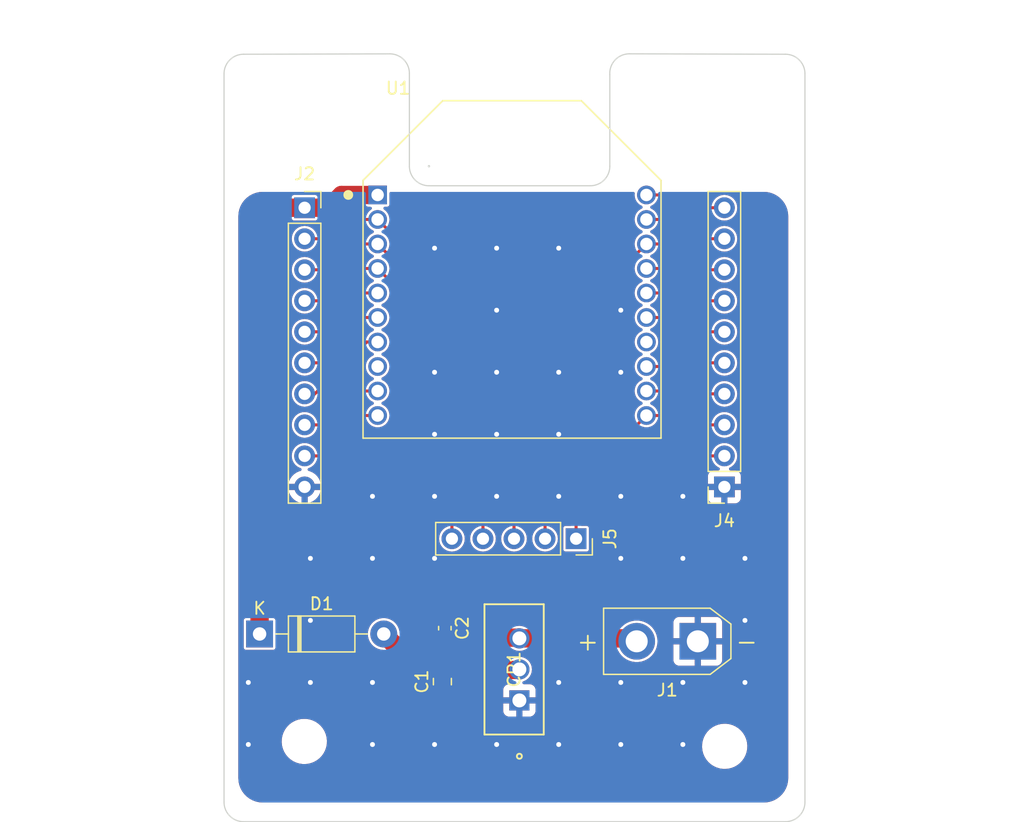
<source format=kicad_pcb>
(kicad_pcb (version 20221018) (generator pcbnew)
  (layers (0 "F.Cu" signal) (31 "B.Cu" signal) (34 "B.Paste" user) (35 "F.Paste" user) (36 "B.SilkS" user "B.Silkscreen") (37 "F.SilkS" user "F.Silkscreen") (38 "B.Mask" user) (39 "F.Mask" user) (44 "Edge.Cuts" user))
  (net 0 "")
  (net 1 "GND")
  (net 2 "Net-(CR1-VOUT)")
  (net 3 "Net-(CR1-VIN)")
  (net 4 "/Data Out (to Pico GPIO1-RX)")
  (net 5 "/Data In (to Pico GPIO0-TX)")
  (net 6 "/SPI_MISO")
  (net 7 "Net-(J2-Pin_6)")
  (net 8 "Net-(J2-Pin_7)")
  (net 9 "Net-(J2-Pin_8)")
  (net 10 "Net-(J2-Pin_9)")
  (net 11 "Net-(J4-Pin_7)")
  (net 12 "Net-(J4-Pin_3)")
  (net 13 "Net-(J4-Pin_4)")
  (net 14 "Net-(J4-Pin_5)")
  (net 15 "Net-(J4-Pin_6)")
  (net 16 "/SPI_SCK")
  (net 17 "Net-(J4-Pin_10)")
  (net 18 "Net-(J4-Pin_9)")
  (net 19 "/SPI_MOSI")
  (net 20 "Net-(D1-K)")
  (net 21 "Net-(J2-Pin_5)")
  (footprint "Diode_THT:D_DO-41_SOD81_P10.16mm_Horizontal" (layer "F.Cu") (at 118.74 91.2)
    (fp_text reference "D1" (at 5.08 -2.47) (layer "F.SilkS"))
    (fp_text value "1N5817")
    (fp_text user "K" (at 0 -2.1) (layer "F.SilkS"))
    (fp_line (start 1.34 0) (end 2.36 0) (stroke (width 0.12)) (layer "F.SilkS"))
    (fp_line (start 2.36 -1.47) (end 2.36 1.47) (stroke (width 0.12)) (layer "F.SilkS"))
    (fp_line (start 2.36 1.47) (end 7.8 1.47) (stroke (width 0.12)) (layer "F.SilkS"))
    (fp_line (start 3.14 -1.47) (end 3.14 1.47) (stroke (width 0.12)) (layer "F.SilkS"))
    (fp_line (start 3.26 -1.47) (end 3.26 1.47) (stroke (width 0.12)) (layer "F.SilkS"))
    (fp_line (start 3.38 -1.47) (end 3.38 1.47) (stroke (width 0.12)) (layer "F.SilkS"))
    (fp_line (start 7.8 -1.47) (end 2.36 -1.47) (stroke (width 0.12)) (layer "F.SilkS"))
    (fp_line (start 7.8 1.47) (end 7.8 -1.47) (stroke (width 0.12)) (layer "F.SilkS"))
    (fp_line (start 8.82 0) (end 7.8 0) (stroke (width 0.12)) (layer "F.SilkS"))
    (pad "1" thru_hole rect (at 0 0) (size 2.2 2.2) (drill 1.1) (layers "*.Cu" "*.Mask") (net 20 "Net-(D1-K)"))
    (pad "2" thru_hole oval (at 10.16 0) (size 2.2 2.2) (drill 1.1) (layers "*.Cu" "*.Mask") (net 2 "Net-(CR1-VOUT)"))
  )
  (footprint "Connector_PinSocket_2.54mm:PinSocket_1x05_P2.54mm_Vertical" (layer "F.Cu") (at 144.64 83.4 -90)
    (fp_text reference "J5" (at 0 -2.77 90) (layer "F.SilkS"))
    (fp_text value "Conn_01x05_Pin")
    (fp_line (start -1.33 1.27) (end -1.33 11.49) (stroke (width 0.12)) (layer "F.SilkS"))
    (fp_line (start -1.33 1.27) (end 1.33 1.27) (stroke (width 0.12)) (layer "F.SilkS"))
    (fp_line (start -1.33 11.49) (end 1.33 11.49) (stroke (width 0.12)) (layer "F.SilkS"))
    (fp_line (start 0 -1.33) (end 1.33 -1.33) (stroke (width 0.12)) (layer "F.SilkS"))
    (fp_line (start 1.33 -1.33) (end 1.33 0) (stroke (width 0.12)) (layer "F.SilkS"))
    (fp_line (start 1.33 1.27) (end 1.33 11.49) (stroke (width 0.12)) (layer "F.SilkS"))
    (pad "1" thru_hole rect (at 0 0 270) (size 1.7 1.7) (drill 1) (layers "*.Cu" "*.Mask") (net 19 "/SPI_MOSI"))
    (pad "2" thru_hole oval (at 0 2.54 270) (size 1.7 1.7) (drill 1) (layers "*.Cu" "*.Mask") (net 16 "/SPI_SCK"))
    (pad "3" thru_hole oval (at 0 5.08 270) (size 1.7 1.7) (drill 1) (layers "*.Cu" "*.Mask") (net 4 "/Data Out (to Pico GPIO1-RX)"))
    (pad "4" thru_hole oval (at 0 7.62 270) (size 1.7 1.7) (drill 1) (layers "*.Cu" "*.Mask") (net 5 "/Data In (to Pico GPIO0-TX)"))
    (pad "5" thru_hole oval (at 0 10.16 270) (size 1.7 1.7) (drill 1) (layers "*.Cu" "*.Mask") (net 6 "/SPI_MISO"))
  )
  (footprint "XBeeModule:XCVR_XB3-24Z8PT-J" (layer "F.Cu") (at 139.3982 61.3498)
    (fp_text reference "U1" (at -9.325 -14.835) (layer "F.SilkS"))
    (fp_text value "XB3-24Z8PT-J")
    (fp_line (start -12.192 -7.2898) (end -5.6642 -13.8176) (stroke (width 0.127)) (layer "F.SilkS"))
    (fp_line (start -12.192 13.8176) (end -12.192 -7.2898) (stroke (width 0.127)) (layer "F.SilkS"))
    (fp_line (start -5.6642 -13.8176) (end 5.6642 -13.8176) (stroke (width 0.127)) (layer "F.SilkS"))
    (fp_line (start 12.192 -7.2898) (end 5.6642 -13.8176) (stroke (width 0.127)) (layer "F.SilkS"))
    (fp_line (start 12.192 -7.2898) (end 12.192 13.8176) (stroke (width 0.127)) (layer "F.SilkS"))
    (fp_line (start 12.192 13.8176) (end -12.192 13.8176) (stroke (width 0.127)) (layer "F.SilkS"))
    (fp_circle (center -13.4 -6.1) (end -13.2 -6.1) (stroke (width 0.4)) (fill none) (layer "F.SilkS"))
    (pad "1" thru_hole rect (at -10.9982 -6.096) (size 1.53 1.53) (drill 1.02) (layers "*.Cu" "*.Mask") (net 20 "Net-(D1-K)"))
    (pad "2" thru_hole circle (at -10.9982 -4.0894) (size 1.53 1.53) (drill 1.02) (layers "*.Cu" "*.Mask") (net 4 "/Data Out (to Pico GPIO1-RX)"))
    (pad "3" thru_hole circle (at -10.9982 -2.0828) (size 1.53 1.53) (drill 1.02) (layers "*.Cu" "*.Mask") (net 5 "/Data In (to Pico GPIO0-TX)"))
    (pad "4" thru_hole circle (at -10.9982 -0.0762) (size 1.53 1.53) (drill 1.02) (layers "*.Cu" "*.Mask") (net 6 "/SPI_MISO"))
    (pad "5" thru_hole circle (at -10.9982 1.9304) (size 1.53 1.53) (drill 1.02) (layers "*.Cu" "*.Mask") (net 21 "Net-(J2-Pin_5)"))
    (pad "6" thru_hole circle (at -10.9982 3.937) (size 1.53 1.53) (drill 1.02) (layers "*.Cu" "*.Mask") (net 7 "Net-(J2-Pin_6)"))
    (pad "7" thru_hole circle (at -10.9982 5.9436) (size 1.53 1.53) (drill 1.02) (layers "*.Cu" "*.Mask") (net 8 "Net-(J2-Pin_7)"))
    (pad "8" thru_hole circle (at -10.9982 7.9502) (size 1.53 1.53) (drill 1.02) (layers "*.Cu" "*.Mask"))
    (pad "9" thru_hole circle (at -10.9982 9.9568) (size 1.53 1.53) (drill 1.02) (layers "*.Cu" "*.Mask") (net 9 "Net-(J2-Pin_8)"))
    (pad "10" thru_hole circle (at -10.9982 11.9634) (size 1.53 1.53) (drill 1.02) (layers "*.Cu" "*.Mask") (net 10 "Net-(J2-Pin_9)"))
    (pad "11" thru_hole circle (at 10.9982 11.9634) (size 1.53 1.53) (drill 1.02) (layers "*.Cu" "*.Mask") (net 19 "/SPI_MOSI"))
    (pad "12" thru_hole circle (at 10.9982 9.9568) (size 1.53 1.53) (drill 1.02) (layers "*.Cu" "*.Mask") (net 12 "Net-(J4-Pin_3)"))
    (pad "13" thru_hole circle (at 10.9982 7.9502) (size 1.53 1.53) (drill 1.02) (layers "*.Cu" "*.Mask") (net 13 "Net-(J4-Pin_4)"))
    (pad "14" thru_hole circle (at 10.9982 5.9436) (size 1.53 1.53) (drill 1.02) (layers "*.Cu" "*.Mask"))
    (pad "15" thru_hole circle (at 10.9982 3.937) (size 1.53 1.53) (drill 1.02) (layers "*.Cu" "*.Mask") (net 14 "Net-(J4-Pin_5)"))
    (pad "16" thru_hole circle (at 10.9982 1.9304) (size 1.53 1.53) (drill 1.02) (layers "*.Cu" "*.Mask") (net 15 "Net-(J4-Pin_6)"))
    (pad "17" thru_hole circle (at 10.9982 -0.0762) (size 1.53 1.53) (drill 1.02) (layers "*.Cu" "*.Mask") (net 11 "Net-(J4-Pin_7)"))
    (pad "18" thru_hole circle (at 10.9982 -2.0828) (size 1.53 1.53) (drill 1.02) (layers "*.Cu" "*.Mask") (net 16 "/SPI_SCK"))
    (pad "19" thru_hole circle (at 10.9982 -4.0894) (size 1.53 1.53) (drill 1.02) (layers "*.Cu" "*.Mask") (net 18 "Net-(J4-Pin_9)"))
    (pad "20" thru_hole circle (at 10.9982 -6.096) (size 1.53 1.53) (drill 1.02) (layers "*.Cu" "*.Mask") (net 17 "Net-(J4-Pin_10)"))
    (zone (net 0) (net_name "") (layer "F.Cu") (connect_pads (clearance 0)) (min_thickness 0.01)
      (keepout (tracks not_allowed) (vias not_allowed) (pads not_allowed) (copperpour not_allowed) (footprints allowed))
      (fill (thermal_gap 0.508) (thermal_bridge_width 0.508))
      (polygon (pts (xy 97.4982 39.2898) (xy 181.2982 39.2898) (xy 181.2982 54.4898) (xy 97.4982 54.4898)))
    )
    (zone (net 0) (net_name "") (layer "B.Cu") (connect_pads (clearance 0)) (min_thickness 0.01)
      (keepout (tracks not_allowed) (vias not_allowed) (pads not_allowed) (copperpour not_allowed) (footprints allowed))
      (fill (thermal_gap 0.508) (thermal_bridge_width 0.508))
      (polygon (pts (xy 97.4982 39.2898) (xy 181.2982 39.2898) (xy 181.2982 54.4898) (xy 97.4982 54.4898)))
    )
  )
  (footprint "LD1117V33C:TO-220_STM" (layer "F.Cu") (at 140 96.64 90)
    (fp_text reference "CR1" (at 2.54 -0.4318 90 unlocked) (layer "F.SilkS"))
    (fp_text value "LD1117V33C")
    (fp_line (start -2.794 -2.8575) (end -2.794 1.9939) (stroke (width 0.1524)) (layer "F.SilkS"))
    (fp_line (start -2.794 1.9939) (end 7.874 1.9939) (stroke (width 0.1524)) (layer "F.SilkS"))
    (fp_line (start 7.874 -2.8575) (end -2.794 -2.8575) (stroke (width 0.1524)) (layer "F.SilkS"))
    (fp_line (start 7.874 1.9939) (end 7.874 -2.8575) (stroke (width 0.1524)) (layer "F.SilkS"))
    (fp_circle (center -4.572 0) (end -4.3688 0) (stroke (width 0.1524)) (fill none) (layer "F.SilkS"))
    (pad "1" thru_hole rect (at 0 0 90) (size 1.651 1.651) (drill 1.143) (layers "*.Cu" "*.Mask") (net 1 "GND"))
    (pad "2" thru_hole circle (at 2.54 0 90) (size 1.651 1.651) (drill 1.143) (layers "*.Cu" "*.Mask") (net 2 "Net-(CR1-VOUT)"))
    (pad "3" thru_hole circle (at 5.08 0 90) (size 1.651 1.651) (drill 1.143) (layers "*.Cu" "*.Mask") (net 3 "Net-(CR1-VIN)"))
  )
  (footprint "MountingHole:MountingHole_3.2mm_M3_DIN965" (layer "F.Cu") (at 122.4 50.3)
    (fp_text reference "REF**" hide)
    (fp_text value "MountingHole_3.2mm_M3_DIN965" hide)
    (pad "" np_thru_hole circle (at 0 0) (size 3.2 3.2) (drill 3.2) (layers "F&B.Cu" "*.Mask"))
  )
  (footprint "Connector_PinSocket_2.54mm:PinSocket_1x10_P2.54mm_Vertical" (layer "F.Cu") (at 156.775 79.16 180)
    (fp_text reference "J4" (at 0 -2.77) (layer "F.SilkS"))
    (fp_text value "Conn_01x10_Socket")
    (fp_line (start -1.33 1.27) (end -1.33 24.19) (stroke (width 0.12)) (layer "F.SilkS"))
    (fp_line (start -1.33 1.27) (end 1.33 1.27) (stroke (width 0.12)) (layer "F.SilkS"))
    (fp_line (start -1.33 24.19) (end 1.33 24.19) (stroke (width 0.12)) (layer "F.SilkS"))
    (fp_line (start 0 -1.33) (end 1.33 -1.33) (stroke (width 0.12)) (layer "F.SilkS"))
    (fp_line (start 1.33 -1.33) (end 1.33 0) (stroke (width 0.12)) (layer "F.SilkS"))
    (fp_line (start 1.33 1.27) (end 1.33 24.19) (stroke (width 0.12)) (layer "F.SilkS"))
    (pad "1" thru_hole rect (at 0 0 180) (size 1.7 1.7) (drill 1) (layers "*.Cu" "*.Mask") (net 1 "GND"))
    (pad "2" thru_hole oval (at 0 2.54 180) (size 1.7 1.7) (drill 1) (layers "*.Cu" "*.Mask") (net 19 "/SPI_MOSI"))
    (pad "3" thru_hole oval (at 0 5.08 180) (size 1.7 1.7) (drill 1) (layers "*.Cu" "*.Mask") (net 12 "Net-(J4-Pin_3)"))
    (pad "4" thru_hole oval (at 0 7.62 180) (size 1.7 1.7) (drill 1) (layers "*.Cu" "*.Mask") (net 13 "Net-(J4-Pin_4)"))
    (pad "5" thru_hole oval (at 0 10.16 180) (size 1.7 1.7) (drill 1) (layers "*.Cu" "*.Mask") (net 14 "Net-(J4-Pin_5)"))
    (pad "6" thru_hole oval (at 0 12.7 180) (size 1.7 1.7) (drill 1) (layers "*.Cu" "*.Mask") (net 15 "Net-(J4-Pin_6)"))
    (pad "7" thru_hole oval (at 0 15.24 180) (size 1.7 1.7) (drill 1) (layers "*.Cu" "*.Mask") (net 11 "Net-(J4-Pin_7)"))
    (pad "8" thru_hole oval (at 0 17.78 180) (size 1.7 1.7) (drill 1) (layers "*.Cu" "*.Mask") (net 16 "/SPI_SCK"))
    (pad "9" thru_hole oval (at 0 20.32 180) (size 1.7 1.7) (drill 1) (layers "*.Cu" "*.Mask") (net 18 "Net-(J4-Pin_9)"))
    (pad "10" thru_hole oval (at 0 22.86 180) (size 1.7 1.7) (drill 1) (layers "*.Cu" "*.Mask") (net 17 "Net-(J4-Pin_10)"))
  )
  (footprint "Capacitor_SMD:C_0805_2012Metric" (layer "F.Cu") (at 133.7 95.1 90)
    (fp_text reference "C1" (at 0 -1.68 90) (layer "F.SilkS"))
    (fp_text value "10u")
    (fp_line (start -0.261252 -0.735) (end 0.261252 -0.735) (stroke (width 0.12)) (layer "F.SilkS"))
    (fp_line (start -0.261252 0.735) (end 0.261252 0.735) (stroke (width 0.12)) (layer "F.SilkS"))
    (pad "1" smd roundrect (at -0.95 0 90) (size 1 1.45) (layers "F.Cu" "F.Paste" "F.Mask") (net 1 "GND"))
    (pad "2" smd roundrect (at 0.95 0 90) (size 1 1.45) (layers "F.Cu" "F.Paste" "F.Mask") (net 2 "Net-(CR1-VOUT)"))
  )
  (footprint "MountingHole:MountingHole_3.2mm_M3_DIN965" (layer "F.Cu") (at 156.8 100.4)
    (fp_text reference "REF**" hide)
    (fp_text value "MountingHole_3.2mm_M3_DIN965" hide)
    (pad "" np_thru_hole circle (at 0 0) (size 3.2 3.2) (drill 3.2) (layers "F&B.Cu" "*.Mask"))
  )
  (footprint "Connector_PinSocket_2.54mm:PinSocket_1x10_P2.54mm_Vertical" (layer "F.Cu") (at 122.425 56.3)
    (fp_text reference "J2" (at 0 -2.77) (layer "F.SilkS"))
    (fp_text value "Conn_01x10_Socket")
    (fp_line (start -1.33 1.27) (end -1.33 24.19) (stroke (width 0.12)) (layer "F.SilkS"))
    (fp_line (start -1.33 1.27) (end 1.33 1.27) (stroke (width 0.12)) (layer "F.SilkS"))
    (fp_line (start -1.33 24.19) (end 1.33 24.19) (stroke (width 0.12)) (layer "F.SilkS"))
    (fp_line (start 0 -1.33) (end 1.33 -1.33) (stroke (width 0.12)) (layer "F.SilkS"))
    (fp_line (start 1.33 -1.33) (end 1.33 0) (stroke (width 0.12)) (layer "F.SilkS"))
    (fp_line (start 1.33 1.27) (end 1.33 24.19) (stroke (width 0.12)) (layer "F.SilkS"))
    (pad "1" thru_hole rect (at 0 0) (size 1.7 1.7) (drill 1) (layers "*.Cu" "*.Mask") (net 20 "Net-(D1-K)"))
    (pad "2" thru_hole oval (at 0 2.54) (size 1.7 1.7) (drill 1) (layers "*.Cu" "*.Mask") (net 4 "/Data Out (to Pico GPIO1-RX)"))
    (pad "3" thru_hole oval (at 0 5.08) (size 1.7 1.7) (drill 1) (layers "*.Cu" "*.Mask") (net 5 "/Data In (to Pico GPIO0-TX)"))
    (pad "4" thru_hole oval (at 0 7.62) (size 1.7 1.7) (drill 1) (layers "*.Cu" "*.Mask") (net 6 "/SPI_MISO"))
    (pad "5" thru_hole oval (at 0 10.16) (size 1.7 1.7) (drill 1) (layers "*.Cu" "*.Mask") (net 21 "Net-(J2-Pin_5)"))
    (pad "6" thru_hole oval (at 0 12.7) (size 1.7 1.7) (drill 1) (layers "*.Cu" "*.Mask") (net 7 "Net-(J2-Pin_6)"))
    (pad "7" thru_hole oval (at 0 15.24) (size 1.7 1.7) (drill 1) (layers "*.Cu" "*.Mask") (net 8 "Net-(J2-Pin_7)"))
    (pad "8" thru_hole oval (at 0 17.78) (size 1.7 1.7) (drill 1) (layers "*.Cu" "*.Mask") (net 9 "Net-(J2-Pin_8)"))
    (pad "9" thru_hole oval (at 0 20.32) (size 1.7 1.7) (drill 1) (layers "*.Cu" "*.Mask") (net 10 "Net-(J2-Pin_9)"))
    (pad "10" thru_hole oval (at 0 22.86) (size 1.7 1.7) (drill 1) (layers "*.Cu" "*.Mask") (net 1 "GND"))
  )
  (footprint "MountingHole:MountingHole_3.2mm_M3_DIN965" (layer "F.Cu") (at 156.8 50.3)
    (fp_text reference "REF**" hide)
    (fp_text value "MountingHole_3.2mm_M3_DIN965" hide)
    (pad "" np_thru_hole circle (at 0 0) (size 3.2 3.2) (drill 3.2) (layers "F&B.Cu" "*.Mask"))
  )
  (footprint "MountingHole:MountingHole_3.2mm_M3_DIN965" (layer "F.Cu") (at 122.4 100)
    (fp_text reference "REF**" hide)
    (fp_text value "MountingHole_3.2mm_M3_DIN965" hide)
    (pad "" np_thru_hole circle (at 0 0) (size 3.2 3.2) (drill 3.2) (layers "F&B.Cu" "*.Mask"))
  )
  (footprint "Connector_AMASS:AMASS_XT30UPB-M_1x02_P5.0mm_Vertical" (layer "F.Cu") (at 154.6 91.8 180)
    (fp_text reference "J1" (at 2.5 -4) (layer "F.SilkS"))
    (fp_text value "Conn_01x02")
    (fp_text user "-" (at -4 0) (layer "F.SilkS") (effects (font (size 1.5 1.5))))
    (fp_text user "+" (at 9 0) (layer "F.SilkS") (effects (font (size 1.5 1.5))))
    (fp_line (start -2.71 -1.41) (end -2.71 1.41) (stroke (width 0.12)) (layer "F.SilkS"))
    (fp_line (start -2.71 -1.41) (end -1.01 -2.71) (stroke (width 0.12)) (layer "F.SilkS"))
    (fp_line (start -2.71 1.41) (end -1.01 2.71) (stroke (width 0.12)) (layer "F.SilkS"))
    (fp_line (start -1.01 -2.71) (end 7.71 -2.71) (stroke (width 0.12)) (layer "F.SilkS"))
    (fp_line (start -1.01 2.71) (end 7.71 2.71) (stroke (width 0.12)) (layer "F.SilkS"))
    (fp_line (start 7.71 -2.71) (end 7.71 2.71) (stroke (width 0.12)) (layer "F.SilkS"))
    (pad "1" thru_hole rect (at 0 0 180) (size 3 3) (drill 1.8) (layers "*.Cu" "*.Mask") (net 1 "GND"))
    (pad "2" thru_hole circle (at 5 0 180) (size 3 3) (drill 1.8) (layers "*.Cu" "*.Mask") (net 3 "Net-(CR1-VIN)"))
  )
  (footprint "Capacitor_SMD:C_0603_1608Metric" (layer "F.Cu") (at 133.9 90.725 -90)
    (fp_text reference "C2" (at 0 -1.43 90) (layer "F.SilkS"))
    (fp_text value "100n")
    (fp_line (start -0.14058 -0.51) (end 0.14058 -0.51) (stroke (width 0.12)) (layer "F.SilkS"))
    (fp_line (start -0.14058 0.51) (end 0.14058 0.51) (stroke (width 0.12)) (layer "F.SilkS"))
    (pad "1" smd roundrect (at -0.775 0 270) (size 0.9 0.95) (layers "F.Cu" "F.Paste" "F.Mask") (net 1 "GND"))
    (pad "2" smd roundrect (at 0.775 0 270) (size 0.9 0.95) (layers "F.Cu" "F.Paste" "F.Mask") (net 3 "Net-(CR1-VIN)"))
  )
  (gr_line (start 147.400001 45.4) (end 147.4 52.9) (stroke (width 0.1)) (layer "Edge.Cuts"))
  (gr_arc (start 161.768629 43.731371) (mid 162.9 44.2) (end 163.368629 45.331371) (stroke (width 0.1)) (layer "Edge.Cuts"))
  (gr_arc (start 147.4 52.9) (mid 146.931371 54.031371) (end 145.8 54.5) (stroke (width 0.1)) (layer "Edge.Cuts"))
  (gr_line (start 145.8 54.5) (end 132.6 54.5) (stroke (width 0.1)) (layer "Edge.Cuts"))
  (gr_line (start 161.768629 106.568629) (end 117.431371 106.568629) (stroke (width 0.1)) (layer "Edge.Cuts"))
  (gr_line (start 115.831371 104.968629) (end 115.831371 45.331371) (stroke (width 0.1)) (layer "Edge.Cuts"))
  (gr_arc (start 115.831371 45.331371) (mid 116.3 44.2) (end 117.431371 43.731371) (stroke (width 0.1)) (layer "Edge.Cuts"))
  (gr_line (start 163.368629 45.331371) (end 163.368629 104.968629) (stroke (width 0.1)) (layer "Edge.Cuts"))
  (gr_circle (center 132.6 52.9) (end 132.6 52.9) (stroke (width 0.1)) (fill none) (layer "Edge.Cuts"))
  (gr_arc (start 132.6 54.5) (mid 131.468629 54.031371) (end 131 52.9) (stroke (width 0.1)) (layer "Edge.Cuts"))
  (gr_arc (start 147.400001 45.4) (mid 147.831602 44.202347) (end 149 43.696879) (stroke (width 0.1)) (layer "Edge.Cuts"))
  (gr_line (start 131 45.3) (end 131 52.9) (stroke (width 0.1)) (layer "Edge.Cuts"))
  (gr_line (start 149 43.696879) (end 161.768629 43.731371) (stroke (width 0.1)) (layer "Edge.Cuts"))
  (gr_arc (start 129.4 43.7) (mid 130.531371 44.168629) (end 131 45.3) (stroke (width 0.1)) (layer "Edge.Cuts"))
  (gr_arc (start 117.431371 106.568629) (mid 116.3 106.1) (end 115.831371 104.968629) (stroke (width 0.1)) (layer "Edge.Cuts"))
  (gr_arc (start 163.368629 104.968629) (mid 162.9 106.1) (end 161.768629 106.568629) (stroke (width 0.1)) (layer "Edge.Cuts"))
  (gr_line (start 117.431371 43.731371) (end 129.4 43.7) (stroke (width 0.1)) (layer "Edge.Cuts"))
  (via (at 133.0582 79.9298) (size 0.8) (drill 0.4) (layers "F.Cu" "B.Cu") (net 1))
  (via (at 143.2182 74.8498) (size 0.8) (drill 0.4) (layers "F.Cu" "B.Cu") (net 1))
  (via (at 133.0582 69.7698) (size 0.8) (drill 0.4) (layers "F.Cu" "B.Cu") (net 1))
  (via (at 148.2982 69.7698) (size 0.8) (drill 0.4) (layers "F.Cu" "B.Cu") (net 1))
  (via (at 138.1382 64.6898) (size 0.8) (drill 0.4) (layers "F.Cu" "B.Cu") (net 1))
  (via (at 133.0582 85.0098) (size 0.8) (drill 0.4) (layers "F.Cu" "B.Cu") (net 1))
  (via (at 153.3782 85.0098) (size 0.8) (drill 0.4) (layers "F.Cu" "B.Cu") (net 1))
  (via (at 138.1382 100.2498) (size 0.8) (drill 0.4) (layers "F.Cu" "B.Cu") (net 1))
  (via (at 143.2182 69.7698) (size 0.8) (drill 0.4) (layers "F.Cu" "B.Cu") (net 1))
  (via (at 138.1382 59.6098) (size 0.8) (drill 0.4) (layers "F.Cu" "B.Cu") (net 1))
  (via (at 148.2982 79.9298) (size 0.8) (drill 0.4) (layers "F.Cu" "B.Cu") (net 1))
  (via (at 158.4582 95.1698) (size 0.8) (drill 0.4) (layers "F.Cu" "B.Cu") (net 1))
  (via (at 133.0582 100.2498) (size 0.8) (drill 0.4) (layers "F.Cu" "B.Cu") (net 1))
  (via (at 133.0582 59.6098) (size 0.8) (drill 0.4) (layers "F.Cu" "B.Cu") (net 1))
  (via (at 127.9782 85.0098) (size 0.8) (drill 0.4) (layers "F.Cu" "B.Cu") (net 1))
  (via (at 158.4582 85.0098) (size 0.8) (drill 0.4) (layers "F.Cu" "B.Cu") (net 1))
  (via (at 143.2182 79.9298) (size 0.8) (drill 0.4) (layers "F.Cu" "B.Cu") (net 1))
  (via (at 138.1382 79.9298) (size 0.8) (drill 0.4) (layers "F.Cu" "B.Cu") (net 1))
  (via (at 122.8982 95.1698) (size 0.8) (drill 0.4) (layers "F.Cu" "B.Cu") (net 1))
  (via (at 127.9782 95.1698) (size 0.8) (drill 0.4) (layers "F.Cu" "B.Cu") (net 1))
  (via (at 143.2182 59.6098) (size 0.8) (drill 0.4) (layers "F.Cu" "B.Cu") (net 1))
  (via (at 127.9782 100.2498) (size 0.8) (drill 0.4) (layers "F.Cu" "B.Cu") (net 1))
  (via (at 143.2182 100.2498) (size 0.8) (drill 0.4) (layers "F.Cu" "B.Cu") (net 1))
  (via (at 148.2982 100.2498) (size 0.8) (drill 0.4) (layers "F.Cu" "B.Cu") (net 1))
  (via (at 138.1382 74.8498) (size 0.8) (drill 0.4) (layers "F.Cu" "B.Cu") (net 1))
  (via (at 138.1382 69.7698) (size 0.8) (drill 0.4) (layers "F.Cu" "B.Cu") (net 1))
  (via (at 127.9782 79.9298) (size 0.8) (drill 0.4) (layers "F.Cu" "B.Cu") (net 1))
  (via (at 148.2982 85.0098) (size 0.8) (drill 0.4) (layers "F.Cu" "B.Cu") (net 1))
  (via (at 158.4582 90.0898) (size 0.8) (drill 0.4) (layers "F.Cu" "B.Cu") (net 1))
  (via (at 148.2982 64.6898) (size 0.8) (drill 0.4) (layers "F.Cu" "B.Cu") (net 1))
  (via (at 122.8982 85.0098) (size 0.8) (drill 0.4) (layers "F.Cu" "B.Cu") (net 1))
  (via (at 117.8182 95.1698) (size 0.8) (drill 0.4) (layers "F.Cu" "B.Cu") (net 1))
  (via (at 143.2182 95.1698) (size 0.8) (drill 0.4) (layers "F.Cu" "B.Cu") (net 1))
  (via (at 133.0582 74.8498) (size 0.8) (drill 0.4) (layers "F.Cu" "B.Cu") (net 1))
  (via (at 117.8182 100.2498) (size 0.8) (drill 0.4) (layers "F.Cu" "B.Cu") (net 1))
  (via (at 153.3782 79.9298) (size 0.8) (drill 0.4) (layers "F.Cu" "B.Cu") (net 1))
  (via (at 153.3782 100.2498) (size 0.8) (drill 0.4) (layers "F.Cu" "B.Cu") (net 1))
  (via (at 153.3782 95.1698) (size 0.8) (drill 0.4) (layers "F.Cu" "B.Cu") (net 1))
  (via (at 122.8982 90.0898) (size 0.8) (drill 0.4) (layers "F.Cu" "B.Cu") (net 1))
  (via (at 148.2982 95.1698) (size 0.8) (drill 0.4) (layers "F.Cu" "B.Cu") (net 1))
  (segment (start 139.95 94.15) (end 140 94.1) (width 1.5) (layer "F.Cu") (net 2))
  (segment (start 128.9 91.2) (end 131.85 94.15) (width 1.5) (layer "F.Cu") (net 2))
  (segment (start 133.7 94.15) (end 139.95 94.15) (width 1.5) (layer "F.Cu") (net 2))
  (segment (start 131.85 94.15) (end 133.7 94.15) (width 1.5) (layer "F.Cu") (net 2))
  (segment (start 149.36 91.56) (end 149.6 91.8) (width 1.5) (layer "F.Cu") (net 3))
  (segment (start 139.94 91.5) (end 140 91.56) (width 1.5) (layer "F.Cu") (net 3))
  (segment (start 140 91.56) (end 149.36 91.56) (width 1.5) (layer "F.Cu") (net 3))
  (segment (start 133.9 91.5) (end 139.94 91.5) (width 1.5) (layer "F.Cu") (net 3))
  (segment (start 139.56 68.4204) (end 128.4 57.2604) (width 0.25) (layer "F.Cu") (net 4))
  (segment (start 124.46 58.84) (end 126.0396 57.2604) (width 0.25) (layer "F.Cu") (net 4))
  (segment (start 139.56 83.4) (end 139.56 68.4204) (width 0.25) (layer "F.Cu") (net 4))
  (segment (start 126.0396 57.2604) (end 128.4 57.2604) (width 0.25) (layer "F.Cu") (net 4))
  (segment (start 122.425 58.84) (end 124.46 58.84) (width 0.25) (layer "F.Cu") (net 4))
  (segment (start 126.233 59.267) (end 128.4 59.267) (width 0.25) (layer "F.Cu") (net 5))
  (segment (start 137.02 67.887) (end 128.4 59.267) (width 0.25) (layer "F.Cu") (net 5))
  (segment (start 122.425 61.38) (end 124.12 61.38) (width 0.25) (layer "F.Cu") (net 5))
  (segment (start 137.02 83.4) (end 137.02 67.887) (width 0.25) (layer "F.Cu") (net 5))
  (segment (start 124.12 61.38) (end 126.233 59.267) (width 0.25) (layer "F.Cu") (net 5))
  (segment (start 126.8264 61.2736) (end 128.4 61.2736) (width 0.25) (layer "F.Cu") (net 6))
  (segment (start 122.425 63.92) (end 124.18 63.92) (width 0.25) (layer "F.Cu") (net 6))
  (segment (start 134.48 83.4) (end 134.48 67.3536) (width 0.25) (layer "F.Cu") (net 6))
  (segment (start 124.18 63.92) (end 126.8264 61.2736) (width 0.25) (layer "F.Cu") (net 6))
  (segment (start 134.48 67.3536) (end 128.4 61.2736) (width 0.25) (layer "F.Cu") (net 6))
  (segment (start 122.425 69) (end 123.6 69) (width 0.25) (layer "F.Cu") (net 7))
  (segment (start 127.3132 65.2868) (end 128.4 65.2868) (width 0.25) (layer "F.Cu") (net 7))
  (segment (start 123.6 69) (end 127.3132 65.2868) (width 0.25) (layer "F.Cu") (net 7))
  (segment (start 123.26 71.54) (end 127.5066 67.2934) (width 0.25) (layer "F.Cu") (net 8))
  (segment (start 127.5066 67.2934) (end 128.4 67.2934) (width 0.25) (layer "F.Cu") (net 8))
  (segment (start 122.425 71.54) (end 123.26 71.54) (width 0.25) (layer "F.Cu") (net 8))
  (segment (start 124.22 74.08) (end 126.9934 71.3066) (width 0.25) (layer "F.Cu") (net 9))
  (segment (start 126.9934 71.3066) (end 128.4 71.3066) (width 0.25) (layer "F.Cu") (net 9))
  (segment (start 122.425 74.08) (end 124.22 74.08) (width 0.25) (layer "F.Cu") (net 9))
  (segment (start 122.425 76.62) (end 123.88 76.62) (width 0.25) (layer "F.Cu") (net 10))
  (segment (start 123.88 76.62) (end 127.1868 73.3132) (width 0.25) (layer "F.Cu") (net 10))
  (segment (start 127.1868 73.3132) (end 128.4 73.3132) (width 0.25) (layer "F.Cu") (net 10))
  (segment (start 152.1736 61.2736) (end 154.82 63.92) (width 0.25) (layer "F.Cu") (net 11))
  (segment (start 154.82 63.92) (end 156.775 63.92) (width 0.25) (layer "F.Cu") (net 11))
  (segment (start 150.3964 61.2736) (end 152.1736 61.2736) (width 0.25) (layer "F.Cu") (net 11))
  (segment (start 150.3964 71.3066) (end 152.5066 71.3066) (width 0.25) (layer "F.Cu") (net 12))
  (segment (start 155.28 74.08) (end 156.775 74.08) (width 0.25) (layer "F.Cu") (net 12))
  (segment (start 152.5066 71.3066) (end 155.28 74.08) (width 0.25) (layer "F.Cu") (net 12))
  (segment (start 152.5 69.3) (end 154.74 71.54) (width 0.25) (layer "F.Cu") (net 13))
  (segment (start 154.74 71.54) (end 156.775 71.54) (width 0.25) (layer "F.Cu") (net 13))
  (segment (start 150.3964 69.3) (end 152.5 69.3) (width 0.25) (layer "F.Cu") (net 13))
  (segment (start 151.8868 65.2868) (end 155.6 69) (width 0.25) (layer "F.Cu") (net 14))
  (segment (start 150.3964 65.2868) (end 151.8868 65.2868) (width 0.25) (layer "F.Cu") (net 14))
  (segment (start 155.6 69) (end 156.775 69) (width 0.25) (layer "F.Cu") (net 14))
  (segment (start 150.3964 63.2802) (end 152.0802 63.2802) (width 0.25) (layer "F.Cu") (net 15))
  (segment (start 155.26 66.46) (end 156.775 66.46) (width 0.25) (layer "F.Cu") (net 15))
  (segment (start 152.0802 63.2802) (end 155.26 66.46) (width 0.25) (layer "F.Cu") (net 15))
  (segment (start 154.58 61.38) (end 156.775 61.38) (width 0.25) (layer "F.Cu") (net 16))
  (segment (start 152.467 59.267) (end 154.58 61.38) (width 0.25) (layer "F.Cu") (net 16))
  (segment (start 150.3964 59.267) (end 152.467 59.267) (width 0.25) (layer "F.Cu") (net 16))
  (segment (start 142.1 67.5634) (end 150.3964 59.267) (width 0.25) (layer "F.Cu") (net 16))
  (segment (start 142.1 83.4) (end 142.1 67.5634) (width 0.25) (layer "F.Cu") (net 16))
  (segment (start 156.775 56.3) (end 154.1 56.3) (width 0.25) (layer "F.Cu") (net 17))
  (segment (start 154.1 56.3) (end 153.0538 55.2538) (width 0.25) (layer "F.Cu") (net 17))
  (segment (start 153.0538 55.2538) (end 150.3964 55.2538) (width 0.25) (layer "F.Cu") (net 17))
  (segment (start 150.3964 57.2604) (end 152.9604 57.2604) (width 0.25) (layer "F.Cu") (net 18))
  (segment (start 154.54 58.84) (end 156.775 58.84) (width 0.25) (layer "F.Cu") (net 18))
  (segment (start 152.9604 57.2604) (end 154.54 58.84) (width 0.25) (layer "F.Cu") (net 18))
  (segment (start 155.32 76.62) (end 156.775 76.62) (width 0.25) (layer "F.Cu") (net 19))
  (segment (start 150.3964 73.3132) (end 152.0132 73.3132) (width 0.25) (layer "F.Cu") (net 19))
  (segment (start 144.64 79.0696) (end 150.3964 73.3132) (width 0.25) (layer "F.Cu") (net 19))
  (segment (start 144.64 83.4) (end 144.64 79.0696) (width 0.25) (layer "F.Cu") (net 19))
  (segment (start 152.0132 73.3132) (end 155.32 76.62) (width 0.25) (layer "F.Cu") (net 19))
  (segment (start 128.4 55.2538) (end 125.4462 55.2538) (width 1.5) (layer "F.Cu") (net 20))
  (segment (start 120.5 56.3) (end 118.74 58.06) (width 1.5) (layer "F.Cu") (net 20))
  (segment (start 122.425 56.3) (end 120.5 56.3) (width 1.5) (layer "F.Cu") (net 20))
  (segment (start 122.425 56.3) (end 124.4 56.3) (width 1.5) (layer "F.Cu") (net 20))
  (segment (start 124.4 56.3) (end 125.4462 55.2538) (width 1.5) (layer "F.Cu") (net 20))
  (segment (start 118.74 58.06) (end 118.74 91.2) (width 1.5) (layer "F.Cu") (net 20))
  (segment (start 124.04 66.46) (end 127.2198 63.2802) (width 0.25) (layer "F.Cu") (net 21))
  (segment (start 122.425 66.46) (end 124.04 66.46) (width 0.25) (layer "F.Cu") (net 21))
  (segment (start 127.2198 63.2802) (end 128.4 63.2802) (width 0.25) (layer "F.Cu") (net 21))
  (zone (net 1) (net_name "GND") (layers "F&B.Cu") (connect_pads (clearance 0)) (min_thickness 0.25) (fill yes (thermal_gap 0.5) (thermal_bridge_width 0.5) (smoothing fillet) (radius 2))
    (polygon (pts (xy 117 105) (xy 117 55) (xy 162 55) (xy 162 105)))
  )
)
</source>
